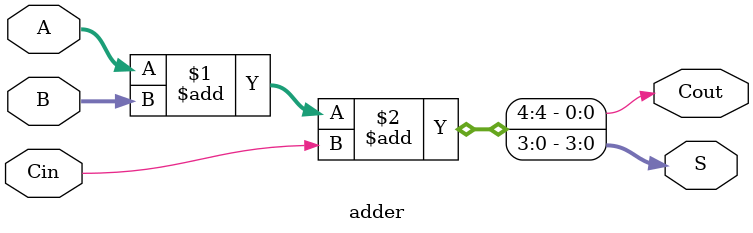
<source format=v>
module adder #(parameter N = 4) (
     /*
Kambale MARUBA E. (1ICE -EN )
Bualuti BUKELE E. (1ICE -EE )
Nkishi DJENGA H. (1ICE -IN ) 
*/
    
    input  [N-1:0] A,
    input  [N-1:0] B,
    input         Cin,
    output [N-1:0] S,
    output        Cout
);
    assign {Cout, S} = A + B + Cin;
endmodule

</source>
